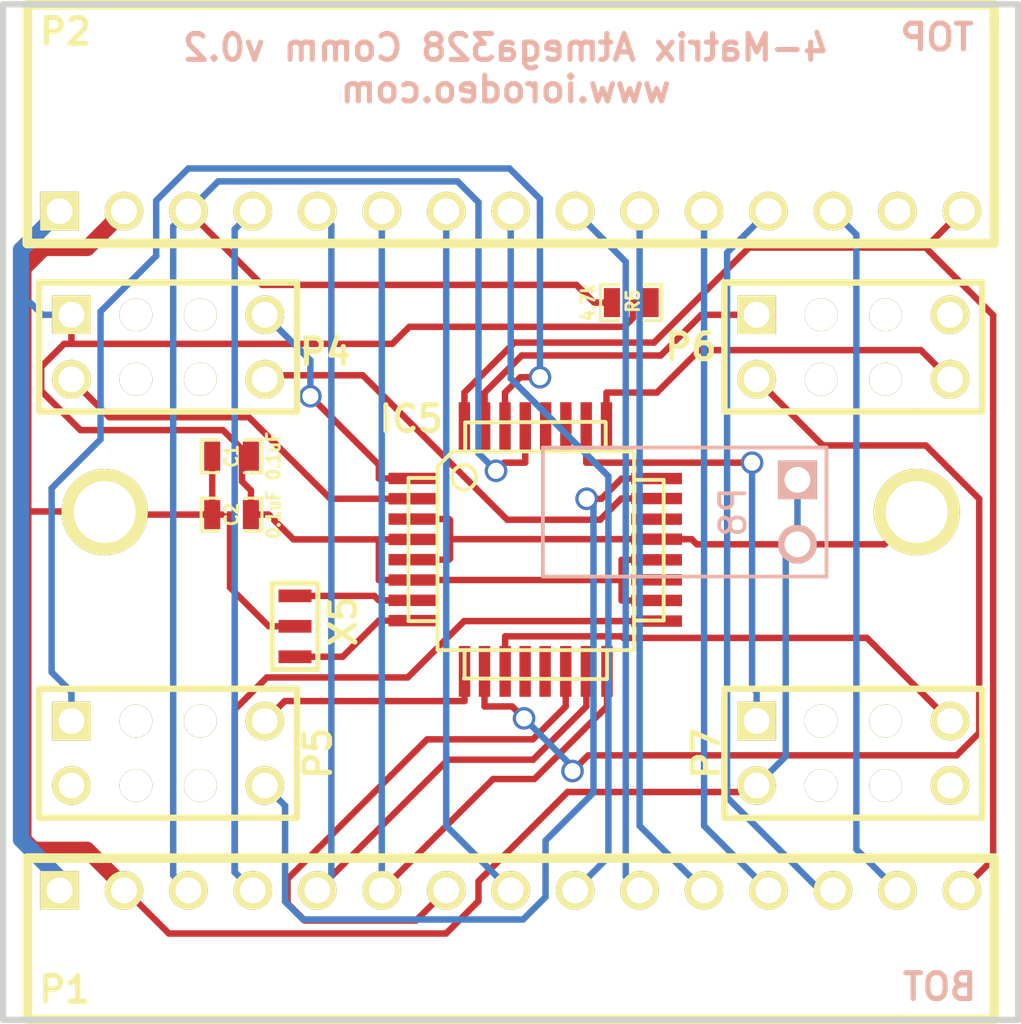
<source format=kicad_pcb>
(kicad_pcb (version 3) (host pcbnew "(2013-mar-13)-testing")

  (general
    (links 53)
    (no_connects 0)
    (area 48.5244 49.577499 90.125001 90.424501)
    (thickness 1.6)
    (drawings 7)
    (tracks 247)
    (zones 0)
    (modules 14)
    (nets 39)
  )

  (page A4)
  (layers
    (15 F.Cu signal)
    (0 B.Cu signal)
    (16 B.Adhes user)
    (17 F.Adhes user)
    (18 B.Paste user)
    (19 F.Paste user)
    (20 B.SilkS user)
    (21 F.SilkS user)
    (22 B.Mask user)
    (23 F.Mask user)
    (24 Dwgs.User user)
    (25 Cmts.User user)
    (26 Eco1.User user)
    (27 Eco2.User user)
    (28 Edge.Cuts user)
  )

  (setup
    (last_trace_width 0.254)
    (trace_clearance 0.254)
    (zone_clearance 0.254)
    (zone_45_only no)
    (trace_min 0.254)
    (segment_width 0.2)
    (edge_width 0.25)
    (via_size 0.889)
    (via_drill 0.635)
    (via_min_size 0.889)
    (via_min_drill 0.508)
    (uvia_size 0.508)
    (uvia_drill 0.127)
    (uvias_allowed no)
    (uvia_min_size 0.508)
    (uvia_min_drill 0.127)
    (pcb_text_width 0.3)
    (pcb_text_size 1.5 1.5)
    (mod_edge_width 0.254)
    (mod_text_size 1 1)
    (mod_text_width 0.15)
    (pad_size 1.2954 1.2954)
    (pad_drill 1.27)
    (pad_to_mask_clearance 0)
    (aux_axis_origin 0 0)
    (visible_elements FFFFF77F)
    (pcbplotparams
      (layerselection 284196865)
      (usegerberextensions true)
      (excludeedgelayer true)
      (linewidth 0.150000)
      (plotframeref false)
      (viasonmask false)
      (mode 1)
      (useauxorigin false)
      (hpglpennumber 1)
      (hpglpenspeed 20)
      (hpglpendiameter 15)
      (hpglpenoverlay 2)
      (psnegative false)
      (psa4output false)
      (plotreference true)
      (plotvalue true)
      (plotothertext true)
      (plotinvisibletext false)
      (padsonsilk false)
      (subtractmaskfromsilk false)
      (outputformat 1)
      (mirror false)
      (drillshape 0)
      (scaleselection 1)
      (outputdirectory gerber_v0p2_r2/))
  )

  (net 0 "")
  (net 1 +5V)
  (net 2 /B0_CS0)
  (net 3 /B0_CS1)
  (net 4 /B0_CS2)
  (net 5 /B0_CS3)
  (net 6 /B0_CS4)
  (net 7 /B0_CS5)
  (net 8 /B0_CS6)
  (net 9 /B0_CS7)
  (net 10 /B0_MISO)
  (net 11 /B0_MOSI)
  (net 12 /B0_SCK)
  (net 13 /B1_CS0)
  (net 14 /B1_CS1)
  (net 15 /B1_CS2)
  (net 16 /B1_CS3)
  (net 17 /B1_MISO)
  (net 18 /B1_MOSI)
  (net 19 /B1_SCK)
  (net 20 /EXT_INT0)
  (net 21 /RESET_DRV0)
  (net 22 /RESET_DRV1)
  (net 23 /RESET_DRV2)
  (net 24 /RESET_DRV3)
  (net 25 /RESET_MSTR)
  (net 26 /XTAL1)
  (net 27 /XTAL2)
  (net 28 GND)
  (net 29 N-0000017)
  (net 30 N-0000020)
  (net 31 N-0000022)
  (net 32 N-0000031)
  (net 33 N-0000032)
  (net 34 N-0000033)
  (net 35 N-0000034)
  (net 36 N-0000035)
  (net 37 N-0000036)
  (net 38 N-0000038)

  (net_class Default "This is the default net class."
    (clearance 0.254)
    (trace_width 0.254)
    (via_dia 0.889)
    (via_drill 0.635)
    (uvia_dia 0.508)
    (uvia_drill 0.127)
    (add_net "")
    (add_net +5V)
    (add_net /B0_CS0)
    (add_net /B0_CS1)
    (add_net /B0_CS2)
    (add_net /B0_CS3)
    (add_net /B0_CS4)
    (add_net /B0_CS5)
    (add_net /B0_CS6)
    (add_net /B0_CS7)
    (add_net /B0_MISO)
    (add_net /B0_MOSI)
    (add_net /B0_SCK)
    (add_net /B1_CS0)
    (add_net /B1_CS1)
    (add_net /B1_CS2)
    (add_net /B1_CS3)
    (add_net /B1_MISO)
    (add_net /B1_MOSI)
    (add_net /B1_SCK)
    (add_net /EXT_INT0)
    (add_net /RESET_DRV0)
    (add_net /RESET_DRV1)
    (add_net /RESET_DRV2)
    (add_net /RESET_DRV3)
    (add_net /RESET_MSTR)
    (add_net /XTAL1)
    (add_net /XTAL2)
    (add_net GND)
    (add_net N-0000017)
    (add_net N-0000020)
    (add_net N-0000022)
    (add_net N-0000031)
    (add_net N-0000032)
    (add_net N-0000033)
    (add_net N-0000034)
    (add_net N-0000035)
    (add_net N-0000036)
    (add_net N-0000038)
  )

  (module HEADER_BOT (layer F.Cu) (tedit 521B6430) (tstamp 521307B0)
    (at 70 84.9)
    (path /5212B587)
    (fp_text reference P1 (at -17.5744 3.9111) (layer F.SilkS)
      (effects (font (size 1.016 1.016) (thickness 0.2032)))
    )
    (fp_text value CONN15 (at 9.906 3.048) (layer F.SilkS) hide
      (effects (font (thickness 0.3048)))
    )
    (fp_line (start 19.05 5.08) (end 19.05 -1.27) (layer F.SilkS) (width 0.381))
    (fp_line (start 15.367 5.08) (end 19.05 5.08) (layer F.SilkS) (width 0.381))
    (fp_line (start 15.367 -1.27) (end 18.923 -1.27) (layer F.SilkS) (width 0.381))
    (fp_line (start 18.923 -1.27) (end 19.05 -1.27) (layer F.SilkS) (width 0.381))
    (fp_line (start -15.24 -1.27) (end -19.05 -1.27) (layer F.SilkS) (width 0.381))
    (fp_line (start -19.05 -1.27) (end -19.05 5.08) (layer F.SilkS) (width 0.381))
    (fp_line (start -19.05 5.08) (end -13.97 5.08) (layer F.SilkS) (width 0.381))
    (fp_line (start -15.24 -1.27) (end 15.24 -1.27) (layer F.SilkS) (width 0.381))
    (fp_line (start -15.24 5.08) (end 15.24 5.08) (layer F.SilkS) (width 0.381))
    (pad 1 thru_hole rect (at -17.78 0) (size 1.524 1.524) (drill 1.016)
      (layers *.Cu *.Mask F.SilkS)
      (net 1 +5V)
    )
    (pad 2 thru_hole circle (at -15.24 0) (size 1.524 1.524) (drill 1.016)
      (layers *.Cu *.Mask F.SilkS)
      (net 28 GND)
    )
    (pad 3 thru_hole circle (at -12.7 0) (size 1.524 1.524) (drill 1.016)
      (layers *.Cu *.Mask F.SilkS)
      (net 25 /RESET_MSTR)
    )
    (pad 4 thru_hole circle (at -10.16 0) (size 1.524 1.524) (drill 1.016)
      (layers *.Cu *.Mask F.SilkS)
      (net 12 /B0_SCK)
    )
    (pad 5 thru_hole circle (at -7.62 0) (size 1.524 1.524) (drill 1.016)
      (layers *.Cu *.Mask F.SilkS)
      (net 11 /B0_MOSI)
    )
    (pad 6 thru_hole circle (at -5.08 0) (size 1.524 1.524) (drill 1.016)
      (layers *.Cu *.Mask F.SilkS)
      (net 10 /B0_MISO)
    )
    (pad 7 thru_hole circle (at -2.54 0) (size 1.524 1.524) (drill 1.016)
      (layers *.Cu *.Mask F.SilkS)
      (net 2 /B0_CS0)
    )
    (pad 8 thru_hole circle (at 0 0) (size 1.524 1.524) (drill 1.016)
      (layers *.Cu *.Mask F.SilkS)
      (net 3 /B0_CS1)
    )
    (pad 9 thru_hole circle (at 2.54 0) (size 1.524 1.524) (drill 1.016)
      (layers *.Cu *.Mask F.SilkS)
      (net 4 /B0_CS2)
    )
    (pad 10 thru_hole circle (at 5.08 0) (size 1.524 1.524) (drill 1.016)
      (layers *.Cu *.Mask F.SilkS)
      (net 5 /B0_CS3)
    )
    (pad 11 thru_hole circle (at 7.62 0) (size 1.524 1.524) (drill 1.016)
      (layers *.Cu *.Mask F.SilkS)
      (net 6 /B0_CS4)
    )
    (pad 12 thru_hole circle (at 10.16 0) (size 1.524 1.524) (drill 1.016)
      (layers *.Cu *.Mask F.SilkS)
      (net 7 /B0_CS5)
    )
    (pad 13 thru_hole circle (at 12.7 0) (size 1.524 1.524) (drill 1.016)
      (layers *.Cu *.Mask F.SilkS)
      (net 8 /B0_CS6)
    )
    (pad 14 thru_hole circle (at 15.24 0) (size 1.524 1.524) (drill 1.016)
      (layers *.Cu *.Mask F.SilkS)
      (net 9 /B0_CS7)
    )
    (pad 15 thru_hole circle (at 17.78 0) (size 1.524 1.524) (drill 1.016)
      (layers *.Cu *.Mask F.SilkS)
      (net 20 /EXT_INT0)
    )
  )

  (module HEADER_TOP (layer F.Cu) (tedit 521B642B) (tstamp 521307CD)
    (at 70 58.15)
    (path /5212B596)
    (fp_text reference P2 (at -17.549 -7.0706) (layer F.SilkS)
      (effects (font (size 1.016 1.016) (thickness 0.2032)))
    )
    (fp_text value CONN15 (at 7.62 -4.572) (layer F.SilkS) hide
      (effects (font (thickness 0.3048)))
    )
    (fp_line (start 15.24 -8.128) (end 19.05 -8.128) (layer F.SilkS) (width 0.381))
    (fp_line (start 19.05 -8.128) (end 19.05 -7.366) (layer F.SilkS) (width 0.381))
    (fp_line (start -15.24 -8.128) (end -19.05 -8.128) (layer F.SilkS) (width 0.381))
    (fp_line (start -19.05 -8.128) (end -19.05 -7.62) (layer F.SilkS) (width 0.381))
    (fp_line (start -15.24 1.27) (end -19.05 1.27) (layer F.SilkS) (width 0.381))
    (fp_line (start -19.05 1.27) (end -19.05 -7.62) (layer F.SilkS) (width 0.381))
    (fp_line (start 15.24 1.27) (end 19.05 1.27) (layer F.SilkS) (width 0.381))
    (fp_line (start 19.05 1.27) (end 19.05 -7.62) (layer F.SilkS) (width 0.381))
    (fp_line (start 15.24 1.27) (end -15.24 1.27) (layer F.SilkS) (width 0.381))
    (fp_line (start -15.24 -8.128) (end 15.24 -8.128) (layer F.SilkS) (width 0.381))
    (pad 1 thru_hole rect (at -17.78 0) (size 1.524 1.524) (drill 1.016)
      (layers *.Cu *.Mask F.SilkS)
      (net 1 +5V)
    )
    (pad 2 thru_hole circle (at -15.24 0) (size 1.524 1.524) (drill 1.016)
      (layers *.Cu *.Mask F.SilkS)
      (net 28 GND)
    )
    (pad 3 thru_hole circle (at -12.7 0) (size 1.524 1.524) (drill 1.016)
      (layers *.Cu *.Mask F.SilkS)
      (net 25 /RESET_MSTR)
    )
    (pad 4 thru_hole circle (at -10.16 0) (size 1.524 1.524) (drill 1.016)
      (layers *.Cu *.Mask F.SilkS)
      (net 12 /B0_SCK)
    )
    (pad 5 thru_hole circle (at -7.62 0) (size 1.524 1.524) (drill 1.016)
      (layers *.Cu *.Mask F.SilkS)
      (net 11 /B0_MOSI)
    )
    (pad 6 thru_hole circle (at -5.08 0) (size 1.524 1.524) (drill 1.016)
      (layers *.Cu *.Mask F.SilkS)
      (net 10 /B0_MISO)
    )
    (pad 7 thru_hole circle (at -2.54 0) (size 1.524 1.524) (drill 1.016)
      (layers *.Cu *.Mask F.SilkS)
      (net 3 /B0_CS1)
    )
    (pad 8 thru_hole circle (at 0 0) (size 1.524 1.524) (drill 1.016)
      (layers *.Cu *.Mask F.SilkS)
      (net 4 /B0_CS2)
    )
    (pad 9 thru_hole circle (at 2.54 0) (size 1.524 1.524) (drill 1.016)
      (layers *.Cu *.Mask F.SilkS)
      (net 5 /B0_CS3)
    )
    (pad 10 thru_hole circle (at 5.08 0) (size 1.524 1.524) (drill 1.016)
      (layers *.Cu *.Mask F.SilkS)
      (net 6 /B0_CS4)
    )
    (pad 11 thru_hole circle (at 7.62 0) (size 1.524 1.524) (drill 1.016)
      (layers *.Cu *.Mask F.SilkS)
      (net 7 /B0_CS5)
    )
    (pad 12 thru_hole circle (at 10.16 0) (size 1.524 1.524) (drill 1.016)
      (layers *.Cu *.Mask F.SilkS)
      (net 8 /B0_CS6)
    )
    (pad 13 thru_hole circle (at 12.7 0) (size 1.524 1.524) (drill 1.016)
      (layers *.Cu *.Mask F.SilkS)
      (net 9 /B0_CS7)
    )
    (pad 14 thru_hole circle (at 15.24 0) (size 1.524 1.524) (drill 1.016)
      (layers *.Cu *.Mask F.SilkS)
      (net 38 N-0000038)
    )
    (pad 15 thru_hole circle (at 17.78 0) (size 1.524 1.524) (drill 1.016)
      (layers *.Cu *.Mask F.SilkS)
      (net 20 /EXT_INT0)
    )
  )

  (module SM0603_Capa (layer F.Cu) (tedit 5051B1EC) (tstamp 52130C8B)
    (at 59 67.8 180)
    (path /521309B9)
    (attr smd)
    (fp_text reference C1 (at 0 0 270) (layer F.SilkS)
      (effects (font (size 0.508 0.4572) (thickness 0.1143)))
    )
    (fp_text value 0.1uF (at -1.651 0 270) (layer F.SilkS)
      (effects (font (size 0.508 0.4572) (thickness 0.1143)))
    )
    (fp_line (start 0.50038 0.65024) (end 1.19888 0.65024) (layer F.SilkS) (width 0.11938))
    (fp_line (start -0.50038 0.65024) (end -1.19888 0.65024) (layer F.SilkS) (width 0.11938))
    (fp_line (start 0.50038 -0.65024) (end 1.19888 -0.65024) (layer F.SilkS) (width 0.11938))
    (fp_line (start -1.19888 -0.65024) (end -0.50038 -0.65024) (layer F.SilkS) (width 0.11938))
    (fp_line (start 1.19888 -0.635) (end 1.19888 0.635) (layer F.SilkS) (width 0.11938))
    (fp_line (start -1.19888 0.635) (end -1.19888 -0.635) (layer F.SilkS) (width 0.11938))
    (pad 1 smd rect (at -0.762 0 180) (size 0.635 1.143)
      (layers F.Cu F.Paste F.Mask)
      (net 1 +5V)
    )
    (pad 2 smd rect (at 0.762 0 180) (size 0.635 1.143)
      (layers F.Cu F.Paste F.Mask)
      (net 28 GND)
    )
    (model smd\capacitors\C0603.wrl
      (at (xyz 0 0 0.001))
      (scale (xyz 0.5 0.5 0.5))
      (rotate (xyz 0 0 0))
    )
  )

  (module SM0603_Capa (layer F.Cu) (tedit 5051B1EC) (tstamp 52130C97)
    (at 59 70.1 180)
    (path /521309C8)
    (attr smd)
    (fp_text reference C2 (at 0 0 270) (layer F.SilkS)
      (effects (font (size 0.508 0.4572) (thickness 0.1143)))
    )
    (fp_text value 0.1uF (at -1.651 0 270) (layer F.SilkS)
      (effects (font (size 0.508 0.4572) (thickness 0.1143)))
    )
    (fp_line (start 0.50038 0.65024) (end 1.19888 0.65024) (layer F.SilkS) (width 0.11938))
    (fp_line (start -0.50038 0.65024) (end -1.19888 0.65024) (layer F.SilkS) (width 0.11938))
    (fp_line (start 0.50038 -0.65024) (end 1.19888 -0.65024) (layer F.SilkS) (width 0.11938))
    (fp_line (start -1.19888 -0.65024) (end -0.50038 -0.65024) (layer F.SilkS) (width 0.11938))
    (fp_line (start 1.19888 -0.635) (end 1.19888 0.635) (layer F.SilkS) (width 0.11938))
    (fp_line (start -1.19888 0.635) (end -1.19888 -0.635) (layer F.SilkS) (width 0.11938))
    (pad 1 smd rect (at -0.762 0 180) (size 0.635 1.143)
      (layers F.Cu F.Paste F.Mask)
      (net 1 +5V)
    )
    (pad 2 smd rect (at 0.762 0 180) (size 0.635 1.143)
      (layers F.Cu F.Paste F.Mask)
      (net 28 GND)
    )
    (model smd\capacitors\C0603.wrl
      (at (xyz 0 0 0.001))
      (scale (xyz 0.5 0.5 0.5))
      (rotate (xyz 0 0 0))
    )
  )

  (module TQFP32 (layer F.Cu) (tedit 521B6330) (tstamp 52130CD7)
    (at 71 71.5)
    (path /52129B63)
    (attr smd)
    (fp_text reference IC5 (at -4.9252 -5.1679) (layer F.SilkS)
      (effects (font (size 1.016 1.016) (thickness 0.2032)))
    )
    (fp_text value ATMEGA328-A (at 0 1.905) (layer F.SilkS) hide
      (effects (font (size 1.27 1.016) (thickness 0.2032)))
    )
    (fp_line (start 5.0292 2.7686) (end 3.8862 2.7686) (layer F.SilkS) (width 0.1524))
    (fp_line (start 5.0292 -2.7686) (end 3.9116 -2.7686) (layer F.SilkS) (width 0.1524))
    (fp_line (start 5.0292 2.7686) (end 5.0292 -2.7686) (layer F.SilkS) (width 0.1524))
    (fp_line (start 2.794 3.9624) (end 2.794 5.0546) (layer F.SilkS) (width 0.1524))
    (fp_line (start -2.8194 3.9878) (end -2.8194 5.0546) (layer F.SilkS) (width 0.1524))
    (fp_line (start -2.8448 5.0546) (end 2.794 5.08) (layer F.SilkS) (width 0.1524))
    (fp_line (start -2.794 -5.0292) (end 2.7178 -5.0546) (layer F.SilkS) (width 0.1524))
    (fp_line (start -3.8862 -3.2766) (end -3.8862 3.9116) (layer F.SilkS) (width 0.1524))
    (fp_line (start 2.7432 -5.0292) (end 2.7432 -3.9878) (layer F.SilkS) (width 0.1524))
    (fp_line (start -3.2512 -3.8862) (end 3.81 -3.8862) (layer F.SilkS) (width 0.1524))
    (fp_line (start 3.8608 3.937) (end 3.8608 -3.7846) (layer F.SilkS) (width 0.1524))
    (fp_line (start -3.8862 3.937) (end 3.7338 3.937) (layer F.SilkS) (width 0.1524))
    (fp_line (start -5.0292 -2.8448) (end -5.0292 2.794) (layer F.SilkS) (width 0.1524))
    (fp_line (start -5.0292 2.794) (end -3.8862 2.794) (layer F.SilkS) (width 0.1524))
    (fp_line (start -3.87604 -3.302) (end -3.29184 -3.8862) (layer F.SilkS) (width 0.1524))
    (fp_line (start -5.02412 -2.8448) (end -3.87604 -2.8448) (layer F.SilkS) (width 0.1524))
    (fp_line (start -2.794 -3.8862) (end -2.794 -5.03428) (layer F.SilkS) (width 0.1524))
    (fp_circle (center -2.83972 -2.86004) (end -2.43332 -2.60604) (layer F.SilkS) (width 0.1524))
    (pad 8 smd rect (at -4.81584 2.77622) (size 1.99898 0.44958)
      (layers F.Cu F.Paste F.Mask)
      (net 27 /XTAL2)
    )
    (pad 7 smd rect (at -4.81584 1.97612) (size 1.99898 0.44958)
      (layers F.Cu F.Paste F.Mask)
      (net 26 /XTAL1)
    )
    (pad 6 smd rect (at -4.81584 1.17602) (size 1.99898 0.44958)
      (layers F.Cu F.Paste F.Mask)
      (net 1 +5V)
    )
    (pad 5 smd rect (at -4.81584 0.37592) (size 1.99898 0.44958)
      (layers F.Cu F.Paste F.Mask)
      (net 28 GND)
    )
    (pad 4 smd rect (at -4.81584 -0.42418) (size 1.99898 0.44958)
      (layers F.Cu F.Paste F.Mask)
      (net 1 +5V)
    )
    (pad 3 smd rect (at -4.81584 -1.22428) (size 1.99898 0.44958)
      (layers F.Cu F.Paste F.Mask)
      (net 28 GND)
    )
    (pad 2 smd rect (at -4.81584 -2.02438) (size 1.99898 0.44958)
      (layers F.Cu F.Paste F.Mask)
      (net 19 /B1_SCK)
    )
    (pad 1 smd rect (at -4.81584 -2.82448) (size 1.99898 0.44958)
      (layers F.Cu F.Paste F.Mask)
      (net 13 /B1_CS0)
    )
    (pad 24 smd rect (at 4.7498 -2.8194) (size 1.99898 0.44958)
      (layers F.Cu F.Paste F.Mask)
      (net 22 /RESET_DRV1)
    )
    (pad 17 smd rect (at 4.7498 2.794) (size 1.99898 0.44958)
      (layers F.Cu F.Paste F.Mask)
      (net 12 /B0_SCK)
    )
    (pad 18 smd rect (at 4.7498 1.9812) (size 1.99898 0.44958)
      (layers F.Cu F.Paste F.Mask)
      (net 1 +5V)
    )
    (pad 19 smd rect (at 4.7498 1.1684) (size 1.99898 0.44958)
      (layers F.Cu F.Paste F.Mask)
      (net 36 N-0000035)
    )
    (pad 20 smd rect (at 4.7498 0.381) (size 1.99898 0.44958)
      (layers F.Cu F.Paste F.Mask)
      (net 1 +5V)
    )
    (pad 21 smd rect (at 4.7498 -0.4318) (size 1.99898 0.44958)
      (layers F.Cu F.Paste F.Mask)
      (net 28 GND)
    )
    (pad 22 smd rect (at 4.7498 -1.2192) (size 1.99898 0.44958)
      (layers F.Cu F.Paste F.Mask)
      (net 35 N-0000034)
    )
    (pad 23 smd rect (at 4.7498 -2.032) (size 1.99898 0.44958)
      (layers F.Cu F.Paste F.Mask)
      (net 21 /RESET_DRV0)
    )
    (pad 32 smd rect (at -2.82448 -4.826) (size 0.44958 1.99898)
      (layers F.Cu F.Paste F.Mask)
      (net 20 /EXT_INT0)
    )
    (pad 31 smd rect (at -2.02692 -4.826) (size 0.44958 1.99898)
      (layers F.Cu F.Paste F.Mask)
      (net 18 /B1_MOSI)
    )
    (pad 30 smd rect (at -1.22428 -4.826) (size 0.44958 1.99898)
      (layers F.Cu F.Paste F.Mask)
      (net 17 /B1_MISO)
    )
    (pad 29 smd rect (at -0.42672 -4.826) (size 0.44958 1.99898)
      (layers F.Cu F.Paste F.Mask)
      (net 25 /RESET_MSTR)
    )
    (pad 28 smd rect (at 0.37592 -4.826) (size 0.44958 1.99898)
      (layers F.Cu F.Paste F.Mask)
      (net 32 N-0000031)
    )
    (pad 27 smd rect (at 1.17348 -4.826) (size 0.44958 1.99898)
      (layers F.Cu F.Paste F.Mask)
      (net 33 N-0000032)
    )
    (pad 26 smd rect (at 1.97612 -4.826) (size 0.44958 1.99898)
      (layers F.Cu F.Paste F.Mask)
      (net 24 /RESET_DRV3)
    )
    (pad 25 smd rect (at 2.77368 -4.826) (size 0.44958 1.99898)
      (layers F.Cu F.Paste F.Mask)
      (net 23 /RESET_DRV2)
    )
    (pad 9 smd rect (at -2.8194 4.7752) (size 0.44958 1.99898)
      (layers F.Cu F.Paste F.Mask)
      (net 14 /B1_CS1)
    )
    (pad 10 smd rect (at -2.032 4.7752) (size 0.44958 1.99898)
      (layers F.Cu F.Paste F.Mask)
      (net 15 /B1_CS2)
    )
    (pad 11 smd rect (at -1.2192 4.7752) (size 0.44958 1.99898)
      (layers F.Cu F.Paste F.Mask)
      (net 16 /B1_CS3)
    )
    (pad 12 smd rect (at -0.4318 4.7752) (size 0.44958 1.99898)
      (layers F.Cu F.Paste F.Mask)
      (net 34 N-0000033)
    )
    (pad 13 smd rect (at 0.3556 4.7752) (size 0.44958 1.99898)
      (layers F.Cu F.Paste F.Mask)
      (net 37 N-0000036)
    )
    (pad 14 smd rect (at 1.1684 4.7752) (size 0.44958 1.99898)
      (layers F.Cu F.Paste F.Mask)
      (net 2 /B0_CS0)
    )
    (pad 15 smd rect (at 1.9812 4.7752) (size 0.44958 1.99898)
      (layers F.Cu F.Paste F.Mask)
      (net 11 /B0_MOSI)
    )
    (pad 16 smd rect (at 2.794 4.7752) (size 0.44958 1.99898)
      (layers F.Cu F.Paste F.Mask)
      (net 10 /B0_MISO)
    )
    (model smd/tqfp32.wrl
      (at (xyz 0 0 0))
      (scale (xyz 1 1 1))
      (rotate (xyz 0 0 0))
    )
  )

  (module SM0603_Resistor (layer F.Cu) (tedit 5051B21B) (tstamp 52130CFB)
    (at 74.75 61.75)
    (path /5212A07D)
    (attr smd)
    (fp_text reference R5 (at 0.0635 -0.0635 90) (layer F.SilkS)
      (effects (font (size 0.50038 0.4572) (thickness 0.1143)))
    )
    (fp_text value 4.7k (at -1.69926 0 90) (layer F.SilkS)
      (effects (font (size 0.508 0.4572) (thickness 0.1143)))
    )
    (fp_line (start -0.50038 -0.6985) (end -1.2065 -0.6985) (layer F.SilkS) (width 0.127))
    (fp_line (start -1.2065 -0.6985) (end -1.2065 0.6985) (layer F.SilkS) (width 0.127))
    (fp_line (start -1.2065 0.6985) (end -0.50038 0.6985) (layer F.SilkS) (width 0.127))
    (fp_line (start 1.2065 -0.6985) (end 0.50038 -0.6985) (layer F.SilkS) (width 0.127))
    (fp_line (start 1.2065 -0.6985) (end 1.2065 0.6985) (layer F.SilkS) (width 0.127))
    (fp_line (start 1.2065 0.6985) (end 0.50038 0.6985) (layer F.SilkS) (width 0.127))
    (pad 1 smd rect (at -0.762 0) (size 0.635 1.143)
      (layers F.Cu F.Paste F.Mask)
      (net 25 /RESET_MSTR)
    )
    (pad 2 smd rect (at 0.762 0) (size 0.635 1.143)
      (layers F.Cu F.Paste F.Mask)
      (net 1 +5V)
    )
    (model smd\resistors\R0603.wrl
      (at (xyz 0 0 0.001))
      (scale (xyz 0.5 0.5 0.5))
      (rotate (xyz 0 0 0))
    )
  )

  (module CER_RESO (layer F.Cu) (tedit 53C44E69) (tstamp 52130D1E)
    (at 61.5 74.5 270)
    (tags "Resonator, Ceramic")
    (path /52129FEB)
    (attr smd)
    (fp_text reference X5 (at -0.2 -1.9 270) (layer F.SilkS)
      (effects (font (size 1.016 1.016) (thickness 0.2032)))
    )
    (fp_text value CER_RESO (at 0.8001 2.4003 270) (layer F.SilkS) hide
      (effects (font (size 1.27 1.27) (thickness 0.2032)))
    )
    (fp_line (start -1.69926 -0.89916) (end 1.69926 -0.89916) (layer F.SilkS) (width 0.2032))
    (fp_line (start 1.69926 -0.89916) (end 1.69926 0.89916) (layer F.SilkS) (width 0.2032))
    (fp_line (start 1.69926 0.89916) (end -1.69926 0.89916) (layer F.SilkS) (width 0.2032))
    (fp_line (start -1.69926 0.89916) (end -1.69926 -0.89916) (layer F.SilkS) (width 0.2032))
    (pad 2 smd rect (at 0 0 270) (size 0.50038 1.30048)
      (layers F.Cu F.Paste F.Mask)
      (net 28 GND)
    )
    (pad 3 smd rect (at 1.19888 0 270) (size 0.50038 1.30048)
      (layers F.Cu F.Paste F.Mask)
      (net 27 /XTAL2)
    )
    (pad 1 smd rect (at -1.19888 0 270) (size 0.50038 1.30048)
      (layers F.Cu F.Paste F.Mask)
      (net 26 /XTAL1)
    )
  )

  (module RT_ANG_2PIN (layer B.Cu) (tedit 53C459D2) (tstamp 53C45A90)
    (at 81.3 70 270)
    (path /53C45937)
    (fp_text reference P8 (at 0 2.54 270) (layer B.SilkS)
      (effects (font (size 1 1) (thickness 0.15)) (justify mirror))
    )
    (fp_text value CONN_2 (at 0 10.795 270) (layer B.SilkS) hide
      (effects (font (size 1 1) (thickness 0.15)) (justify mirror))
    )
    (fp_line (start -2.54 -1.143) (end 2.54 -1.143) (layer B.SilkS) (width 0.15))
    (fp_line (start 2.54 -1.143) (end 2.54 10.033) (layer B.SilkS) (width 0.15))
    (fp_line (start 2.54 10.033) (end -2.54 10.033) (layer B.SilkS) (width 0.15))
    (fp_line (start -2.54 10.033) (end -2.54 -1.143) (layer B.SilkS) (width 0.15))
    (pad 1 thru_hole rect (at -1.27 0 270) (size 1.524 1.524) (drill 1.016)
      (layers *.Cu *.Mask B.SilkS)
      (net 28 GND)
    )
    (pad 2 thru_hole circle (at 1.27 0 270) (size 1.524 1.524) (drill 1.016)
      (layers *.Cu *.Mask B.SilkS)
      (net 28 GND)
    )
  )

  (module "2-56 Mount Holes" (layer F.Cu) (tedit 53CF2B28) (tstamp 53CF2987)
    (at 54 70)
    (path /53CF2CE7)
    (fp_text reference M1 (at 0 -2.54) (layer F.SilkS) hide
      (effects (font (size 1.00076 1.00076) (thickness 0.09906)))
    )
    (fp_text value CONN_1 (at 0 3.175) (layer F.SilkS) hide
      (effects (font (size 1.00076 1.00076) (thickness 0.09906)))
    )
    (pad 1 thru_hole circle (at 0 0) (size 3.40106 3.40106) (drill 2.4384)
      (layers *.Cu *.Mask F.SilkS)
      (net 28 GND)
    )
  )

  (module "2-56 Mount Holes" (layer F.Cu) (tedit 53CF2B3B) (tstamp 53CF29E7)
    (at 86 70)
    (path /53CF2CF6)
    (fp_text reference M2 (at 0 -2.54) (layer F.SilkS) hide
      (effects (font (size 1.00076 1.00076) (thickness 0.09906)))
    )
    (fp_text value CONN_1 (at 0 3.175) (layer F.SilkS) hide
      (effects (font (size 1.00076 1.00076) (thickness 0.09906)))
    )
    (pad 1 thru_hole circle (at 0 0) (size 3.40106 3.40106) (drill 2.4384)
      (layers *.Cu *.Mask F.SilkS)
      (net 28 GND)
    )
  )

  (module PASS_THRU_ARRAY_2X2 (layer F.Cu) (tedit 5421B891) (tstamp 53BF28A4)
    (at 83.5 79.5 270)
    (descr "Pass through 2x2 sockect")
    (tags CONN)
    (path /53BF244E)
    (fp_text reference P7 (at 0 5.8 270) (layer F.SilkS)
      (effects (font (size 1.016 1.016) (thickness 0.2032)))
    )
    (fp_text value CONN_2X2 (at 0 7.112 270) (layer F.SilkS) hide
      (effects (font (size 1.016 1.016) (thickness 0.2032)))
    )
    (fp_line (start -2.54 2.54) (end -2.54 5.08) (layer F.SilkS) (width 0.254))
    (fp_line (start -2.54 5.08) (end 2.54 5.08) (layer F.SilkS) (width 0.254))
    (fp_line (start 2.54 5.08) (end 2.54 2.54) (layer F.SilkS) (width 0.254))
    (fp_line (start -2.54 -2.54) (end -2.54 -5.08) (layer F.SilkS) (width 0.254))
    (fp_line (start -2.54 -5.08) (end 2.54 -5.08) (layer F.SilkS) (width 0.254))
    (fp_line (start 2.54 -5.08) (end 2.54 -2.54) (layer F.SilkS) (width 0.254))
    (fp_line (start 2.54 -2.54) (end 2.54 2.54) (layer F.SilkS) (width 0.254))
    (fp_line (start -2.54 2.54) (end -2.54 -2.54) (layer F.SilkS) (width 0.254))
    (pad 1 thru_hole rect (at -1.27 3.81 270) (size 1.524 1.524) (drill 1.016)
      (layers *.Cu *.Mask F.SilkS)
      (net 24 /RESET_DRV3)
    )
    (pad 2 thru_hole circle (at -1.27 -3.81 270) (size 1.524 1.524) (drill 1.016)
      (layers *.Cu *.Mask F.SilkS)
      (net 16 /B1_CS3)
    )
    (pad 3 thru_hole circle (at 1.27 3.81 270) (size 1.524 1.524) (drill 1.016)
      (layers *.Cu *.Mask F.SilkS)
      (net 28 GND)
    )
    (pad 4 thru_hole circle (at 1.27 -3.81 270) (size 1.524 1.524) (drill 1.016)
      (layers *.Cu *.Mask F.SilkS)
      (net 29 N-0000017)
    )
    (pad "" thru_hole circle (at -1.27 1.27 270) (size 1.2954 1.2954) (drill 1.27)
      (layers *.Cu F.SilkS)
    )
    (pad "" thru_hole circle (at -1.27 -1.27 270) (size 1.2954 1.2954) (drill 1.27)
      (layers *.Cu F.SilkS)
    )
    (pad "" thru_hole circle (at 1.27 -1.27 270) (size 1.2954 1.2954) (drill 1.27)
      (layers *.Cu F.SilkS)
    )
    (pad "" thru_hole circle (at 1.27 1.27 270) (size 1.2954 1.2954) (drill 1.27)
      (layers *.Cu F.SilkS)
    )
    (model pin_array/pins_array_2x2.wrl
      (at (xyz 0 0 0))
      (scale (xyz 1 1 1))
      (rotate (xyz 0 0 0))
    )
  )

  (module PASS_THRU_ARRAY_2X2 (layer F.Cu) (tedit 5421B87E) (tstamp 53BF2898)
    (at 83.5 63.5 270)
    (descr "Pass through 2x2 sockect")
    (tags CONN)
    (path /53BF2430)
    (fp_text reference P6 (at 0 6.4 540) (layer F.SilkS)
      (effects (font (size 1.016 1.016) (thickness 0.2032)))
    )
    (fp_text value CONN_2X2 (at 0 7.112 270) (layer F.SilkS) hide
      (effects (font (size 1.016 1.016) (thickness 0.2032)))
    )
    (fp_line (start -2.54 2.54) (end -2.54 5.08) (layer F.SilkS) (width 0.254))
    (fp_line (start -2.54 5.08) (end 2.54 5.08) (layer F.SilkS) (width 0.254))
    (fp_line (start 2.54 5.08) (end 2.54 2.54) (layer F.SilkS) (width 0.254))
    (fp_line (start -2.54 -2.54) (end -2.54 -5.08) (layer F.SilkS) (width 0.254))
    (fp_line (start -2.54 -5.08) (end 2.54 -5.08) (layer F.SilkS) (width 0.254))
    (fp_line (start 2.54 -5.08) (end 2.54 -2.54) (layer F.SilkS) (width 0.254))
    (fp_line (start 2.54 -2.54) (end 2.54 2.54) (layer F.SilkS) (width 0.254))
    (fp_line (start -2.54 2.54) (end -2.54 -2.54) (layer F.SilkS) (width 0.254))
    (pad 1 thru_hole rect (at -1.27 3.81 270) (size 1.524 1.524) (drill 1.016)
      (layers *.Cu *.Mask F.SilkS)
      (net 18 /B1_MOSI)
    )
    (pad 2 thru_hole circle (at -1.27 -3.81 270) (size 1.524 1.524) (drill 1.016)
      (layers *.Cu *.Mask F.SilkS)
      (net 31 N-0000022)
    )
    (pad 3 thru_hole circle (at 1.27 3.81 270) (size 1.524 1.524) (drill 1.016)
      (layers *.Cu *.Mask F.SilkS)
      (net 15 /B1_CS2)
    )
    (pad 4 thru_hole circle (at 1.27 -3.81 270) (size 1.524 1.524) (drill 1.016)
      (layers *.Cu *.Mask F.SilkS)
      (net 23 /RESET_DRV2)
    )
    (pad "" thru_hole circle (at -1.27 1.27 270) (size 1.2954 1.2954) (drill 1.27)
      (layers *.Cu F.SilkS)
    )
    (pad "" thru_hole circle (at -1.27 -1.27 270) (size 1.2954 1.2954) (drill 1.27)
      (layers *.Cu F.SilkS)
    )
    (pad "" thru_hole circle (at 1.27 -1.27 270) (size 1.2954 1.2954) (drill 1.27)
      (layers *.Cu F.SilkS)
    )
    (pad "" thru_hole circle (at 1.27 1.27 270) (size 1.2954 1.2954) (drill 1.27)
      (layers *.Cu F.SilkS)
    )
    (model pin_array/pins_array_2x2.wrl
      (at (xyz 0 0 0))
      (scale (xyz 1 1 1))
      (rotate (xyz 0 0 0))
    )
  )

  (module PASS_THRU_ARRAY_2X2 (layer F.Cu) (tedit 5421B889) (tstamp 53BF288C)
    (at 56.5 79.5 270)
    (descr "Pass through 2x2 sockect")
    (tags CONN)
    (path /53BF243F)
    (fp_text reference P5 (at 0 -5.9 270) (layer F.SilkS)
      (effects (font (size 1.016 1.016) (thickness 0.2032)))
    )
    (fp_text value CONN_2X2 (at 0 7.112 270) (layer F.SilkS) hide
      (effects (font (size 1.016 1.016) (thickness 0.2032)))
    )
    (fp_line (start -2.54 2.54) (end -2.54 5.08) (layer F.SilkS) (width 0.254))
    (fp_line (start -2.54 5.08) (end 2.54 5.08) (layer F.SilkS) (width 0.254))
    (fp_line (start 2.54 5.08) (end 2.54 2.54) (layer F.SilkS) (width 0.254))
    (fp_line (start -2.54 -2.54) (end -2.54 -5.08) (layer F.SilkS) (width 0.254))
    (fp_line (start -2.54 -5.08) (end 2.54 -5.08) (layer F.SilkS) (width 0.254))
    (fp_line (start 2.54 -5.08) (end 2.54 -2.54) (layer F.SilkS) (width 0.254))
    (fp_line (start 2.54 -2.54) (end 2.54 2.54) (layer F.SilkS) (width 0.254))
    (fp_line (start -2.54 2.54) (end -2.54 -2.54) (layer F.SilkS) (width 0.254))
    (pad 1 thru_hole rect (at -1.27 3.81 270) (size 1.524 1.524) (drill 1.016)
      (layers *.Cu *.Mask F.SilkS)
      (net 17 /B1_MISO)
    )
    (pad 2 thru_hole circle (at -1.27 -3.81 270) (size 1.524 1.524) (drill 1.016)
      (layers *.Cu *.Mask F.SilkS)
      (net 14 /B1_CS1)
    )
    (pad 3 thru_hole circle (at 1.27 3.81 270) (size 1.524 1.524) (drill 1.016)
      (layers *.Cu *.Mask F.SilkS)
      (net 30 N-0000020)
    )
    (pad 4 thru_hole circle (at 1.27 -3.81 270) (size 1.524 1.524) (drill 1.016)
      (layers *.Cu *.Mask F.SilkS)
      (net 22 /RESET_DRV1)
    )
    (pad "" thru_hole circle (at -1.27 1.27 270) (size 1.2954 1.2954) (drill 1.27)
      (layers *.Cu F.SilkS)
    )
    (pad "" thru_hole circle (at -1.27 -1.27 270) (size 1.2954 1.2954) (drill 1.27)
      (layers *.Cu F.SilkS)
    )
    (pad "" thru_hole circle (at 1.27 -1.27 270) (size 1.2954 1.2954) (drill 1.27)
      (layers *.Cu F.SilkS)
    )
    (pad "" thru_hole circle (at 1.27 1.27 270) (size 1.2954 1.2954) (drill 1.27)
      (layers *.Cu F.SilkS)
    )
    (model pin_array/pins_array_2x2.wrl
      (at (xyz 0 0 0))
      (scale (xyz 1 1 1))
      (rotate (xyz 0 0 0))
    )
  )

  (module PASS_THRU_ARRAY_2X2 (layer F.Cu) (tedit 5421B876) (tstamp 53BF2880)
    (at 56.5 63.5 270)
    (descr "Pass through 2x2 sockect")
    (tags CONN)
    (path /53BF241F)
    (fp_text reference P4 (at 0.2 -6.2 360) (layer F.SilkS)
      (effects (font (size 1.016 1.016) (thickness 0.2032)))
    )
    (fp_text value CONN_2X2 (at 0 7.112 270) (layer F.SilkS) hide
      (effects (font (size 1.016 1.016) (thickness 0.2032)))
    )
    (fp_line (start -2.54 2.54) (end -2.54 5.08) (layer F.SilkS) (width 0.254))
    (fp_line (start -2.54 5.08) (end 2.54 5.08) (layer F.SilkS) (width 0.254))
    (fp_line (start 2.54 5.08) (end 2.54 2.54) (layer F.SilkS) (width 0.254))
    (fp_line (start -2.54 -2.54) (end -2.54 -5.08) (layer F.SilkS) (width 0.254))
    (fp_line (start -2.54 -5.08) (end 2.54 -5.08) (layer F.SilkS) (width 0.254))
    (fp_line (start 2.54 -5.08) (end 2.54 -2.54) (layer F.SilkS) (width 0.254))
    (fp_line (start 2.54 -2.54) (end 2.54 2.54) (layer F.SilkS) (width 0.254))
    (fp_line (start -2.54 2.54) (end -2.54 -2.54) (layer F.SilkS) (width 0.254))
    (pad 1 thru_hole rect (at -1.27 3.81 270) (size 1.524 1.524) (drill 1.016)
      (layers *.Cu *.Mask F.SilkS)
      (net 1 +5V)
    )
    (pad 2 thru_hole circle (at -1.27 -3.81 270) (size 1.524 1.524) (drill 1.016)
      (layers *.Cu *.Mask F.SilkS)
      (net 13 /B1_CS0)
    )
    (pad 3 thru_hole circle (at 1.27 3.81 270) (size 1.524 1.524) (drill 1.016)
      (layers *.Cu *.Mask F.SilkS)
      (net 19 /B1_SCK)
    )
    (pad 4 thru_hole circle (at 1.27 -3.81 270) (size 1.524 1.524) (drill 1.016)
      (layers *.Cu *.Mask F.SilkS)
      (net 21 /RESET_DRV0)
    )
    (pad "" thru_hole circle (at -1.27 1.27 270) (size 1.2954 1.2954) (drill 1.27)
      (layers *.Cu F.SilkS)
    )
    (pad "" thru_hole circle (at -1.27 -1.27 270) (size 1.2954 1.2954) (drill 1.27)
      (layers *.Cu F.SilkS)
    )
    (pad "" thru_hole circle (at 1.27 -1.27 270) (size 1.2954 1.2954) (drill 1.27)
      (layers *.Cu F.SilkS)
    )
    (pad "" thru_hole circle (at 1.27 1.27 270) (size 1.2954 1.2954) (drill 1.27)
      (layers *.Cu F.SilkS)
    )
    (model pin_array/pins_array_2x2.wrl
      (at (xyz 0 0 0))
      (scale (xyz 1 1 1))
      (rotate (xyz 0 0 0))
    )
  )

  (gr_text "4-Matrix Atmega328 Comm v0.2\nwww.iorodeo.com" (at 69.7992 52.5272) (layer B.SilkS)
    (effects (font (size 1.016 1.016) (thickness 0.2032)) (justify mirror))
  )
  (gr_text BOT (at 86.9 88.7) (layer B.SilkS)
    (effects (font (size 1.016 1.016) (thickness 0.2032)) (justify mirror))
  )
  (gr_text TOP (at 86.8 51.3) (layer B.SilkS)
    (effects (font (size 1.016 1.016) (thickness 0.2032)) (justify mirror))
  )
  (gr_line (start 90 90) (end 90 50) (angle 90) (layer Edge.Cuts) (width 0.25))
  (gr_line (start 50 90) (end 90 90) (angle 90) (layer Edge.Cuts) (width 0.25))
  (gr_line (start 50 50) (end 50 90) (angle 90) (layer Edge.Cuts) (width 0.25))
  (gr_line (start 90 50) (end 50 50) (angle 90) (layer Edge.Cuts) (width 0.25))

  (segment (start 75.7498 71.881) (end 74.369 71.881) (width 0.254) (layer F.Cu) (net 1))
  (segment (start 75.7498 73.4812) (end 74.369 73.4812) (width 0.254) (layer F.Cu) (net 1))
  (segment (start 66.1842 71.0758) (end 64.8034 71.0758) (width 0.254) (layer F.Cu) (net 1))
  (segment (start 59.762 70.1) (end 60.4608 70.1) (width 0.254) (layer F.Cu) (net 1))
  (segment (start 59.762 67.8) (end 59.4126 67.8) (width 0.254) (layer F.Cu) (net 1))
  (segment (start 59.4126 68.7978) (end 59.762 69.1472) (width 0.254) (layer F.Cu) (net 1))
  (segment (start 59.4126 67.8) (end 59.4126 68.7978) (width 0.254) (layer F.Cu) (net 1))
  (segment (start 59.762 70.1) (end 59.762 69.1472) (width 0.254) (layer F.Cu) (net 1))
  (segment (start 61.4366 71.0758) (end 64.8034 71.0758) (width 0.254) (layer F.Cu) (net 1))
  (segment (start 60.4608 70.1) (end 61.4366 71.0758) (width 0.254) (layer F.Cu) (net 1))
  (segment (start 64.8034 72.676) (end 64.8034 71.0758) (width 0.254) (layer F.Cu) (net 1))
  (segment (start 66.1842 72.676) (end 64.8034 72.676) (width 0.254) (layer F.Cu) (net 1))
  (segment (start 50.7 59.67) (end 52.22 58.15) (width 0.635) (layer B.Cu) (net 1))
  (segment (start 50.7 61.7754) (end 50.7 59.67) (width 0.635) (layer B.Cu) (net 1))
  (segment (start 51.0921 61.7754) (end 51.5467 62.23) (width 0.254) (layer B.Cu) (net 1))
  (segment (start 50.7 61.7754) (end 51.0921 61.7754) (width 0.254) (layer B.Cu) (net 1))
  (segment (start 52.69 62.23) (end 51.5467 62.23) (width 0.254) (layer B.Cu) (net 1))
  (segment (start 50.7 82.9) (end 50.7 61.7754) (width 0.635) (layer B.Cu) (net 1))
  (segment (start 52.22 84.42) (end 50.7 82.9) (width 0.635) (layer B.Cu) (net 1))
  (segment (start 52.22 84.9) (end 52.22 84.42) (width 0.635) (layer B.Cu) (net 1))
  (segment (start 66.1842 72.676) (end 67.565 72.676) (width 0.254) (layer F.Cu) (net 1))
  (segment (start 74.369 72.676) (end 67.565 72.676) (width 0.254) (layer F.Cu) (net 1))
  (segment (start 74.369 71.881) (end 74.369 72.676) (width 0.254) (layer F.Cu) (net 1))
  (segment (start 74.369 72.676) (end 74.369 73.4812) (width 0.254) (layer F.Cu) (net 1))
  (segment (start 59.4126 67.5243) (end 59.4126 67.8) (width 0.254) (layer F.Cu) (net 1))
  (segment (start 58.6611 66.7728) (end 59.4126 67.5243) (width 0.254) (layer F.Cu) (net 1))
  (segment (start 53.043 66.7728) (end 58.6611 66.7728) (width 0.254) (layer F.Cu) (net 1))
  (segment (start 51.4989 65.2287) (end 53.043 66.7728) (width 0.254) (layer F.Cu) (net 1))
  (segment (start 51.4989 64.2786) (end 51.4989 65.2287) (width 0.254) (layer F.Cu) (net 1))
  (segment (start 52.4042 63.3733) (end 51.4989 64.2786) (width 0.254) (layer F.Cu) (net 1))
  (segment (start 52.69 63.3733) (end 52.4042 63.3733) (width 0.254) (layer F.Cu) (net 1))
  (segment (start 52.69 62.23) (end 52.69 63.3733) (width 0.254) (layer F.Cu) (net 1))
  (segment (start 65.3344 63.3733) (end 52.69 63.3733) (width 0.254) (layer F.Cu) (net 1))
  (segment (start 66.0049 62.7028) (end 65.3344 63.3733) (width 0.254) (layer F.Cu) (net 1))
  (segment (start 74.4718 62.7028) (end 66.0049 62.7028) (width 0.254) (layer F.Cu) (net 1))
  (segment (start 74.8132 62.3614) (end 74.4718 62.7028) (width 0.254) (layer F.Cu) (net 1))
  (segment (start 74.8132 61.75) (end 74.8132 62.3614) (width 0.254) (layer F.Cu) (net 1))
  (segment (start 75.512 61.75) (end 74.8132 61.75) (width 0.254) (layer F.Cu) (net 1))
  (segment (start 66.2692 86.0908) (end 67.46 84.9) (width 0.254) (layer F.Cu) (net 2))
  (segment (start 61.8818 86.0908) (end 66.2692 86.0908) (width 0.254) (layer F.Cu) (net 2))
  (segment (start 61.2066 85.4156) (end 61.8818 86.0908) (width 0.254) (layer F.Cu) (net 2))
  (segment (start 61.2066 84.4507) (end 61.2066 85.4156) (width 0.254) (layer F.Cu) (net 2))
  (segment (start 66.7059 78.9514) (end 61.2066 84.4507) (width 0.254) (layer F.Cu) (net 2))
  (segment (start 70.873 78.9514) (end 66.7059 78.9514) (width 0.254) (layer F.Cu) (net 2))
  (segment (start 72.1684 77.656) (end 70.873 78.9514) (width 0.254) (layer F.Cu) (net 2))
  (segment (start 72.1684 76.2752) (end 72.1684 77.656) (width 0.254) (layer F.Cu) (net 2))
  (segment (start 67.46 82.36) (end 70 84.9) (width 0.254) (layer B.Cu) (net 3))
  (segment (start 67.46 58.15) (end 67.46 82.36) (width 0.254) (layer B.Cu) (net 3))
  (segment (start 73.8493 83.5907) (end 72.54 84.9) (width 0.254) (layer B.Cu) (net 4))
  (segment (start 73.8493 68.5884) (end 73.8493 83.5907) (width 0.254) (layer B.Cu) (net 4))
  (segment (start 70 64.7391) (end 73.8493 68.5884) (width 0.254) (layer B.Cu) (net 4))
  (segment (start 70 58.15) (end 70 64.7391) (width 0.254) (layer B.Cu) (net 4))
  (segment (start 74.532 84.352) (end 75.08 84.9) (width 0.254) (layer B.Cu) (net 5))
  (segment (start 74.532 60.142) (end 74.532 84.352) (width 0.254) (layer B.Cu) (net 5))
  (segment (start 72.54 58.15) (end 74.532 60.142) (width 0.254) (layer B.Cu) (net 5))
  (segment (start 75.08 82.36) (end 75.08 58.15) (width 0.254) (layer B.Cu) (net 6))
  (segment (start 77.62 84.9) (end 75.08 82.36) (width 0.254) (layer B.Cu) (net 6))
  (segment (start 77.62 82.36) (end 80.16 84.9) (width 0.254) (layer B.Cu) (net 7))
  (segment (start 77.62 58.15) (end 77.62 82.36) (width 0.254) (layer B.Cu) (net 7))
  (segment (start 82.1903 84.9) (end 82.7 84.9) (width 0.254) (layer B.Cu) (net 8))
  (segment (start 78.5281 81.2378) (end 82.1903 84.9) (width 0.254) (layer B.Cu) (net 8))
  (segment (start 78.5281 59.7819) (end 78.5281 81.2378) (width 0.254) (layer B.Cu) (net 8))
  (segment (start 80.16 58.15) (end 78.5281 59.7819) (width 0.254) (layer B.Cu) (net 8))
  (segment (start 83.6215 83.2815) (end 85.24 84.9) (width 0.254) (layer B.Cu) (net 9))
  (segment (start 83.6215 59.0715) (end 83.6215 83.2815) (width 0.254) (layer B.Cu) (net 9))
  (segment (start 82.7 58.15) (end 83.6215 59.0715) (width 0.254) (layer B.Cu) (net 9))
  (segment (start 64.92 58.15) (end 64.92 84.9) (width 0.254) (layer B.Cu) (net 10))
  (segment (start 73.794 76.2752) (end 73.794 77.656) (width 0.254) (layer F.Cu) (net 10))
  (segment (start 70.9347 80.5153) (end 73.794 77.656) (width 0.254) (layer F.Cu) (net 10))
  (segment (start 69.3047 80.5153) (end 70.9347 80.5153) (width 0.254) (layer F.Cu) (net 10))
  (segment (start 64.92 84.9) (end 69.3047 80.5153) (width 0.254) (layer F.Cu) (net 10))
  (segment (start 62.9323 58.7023) (end 62.38 58.15) (width 0.254) (layer B.Cu) (net 11))
  (segment (start 62.9323 84.3477) (end 62.9323 58.7023) (width 0.254) (layer B.Cu) (net 11))
  (segment (start 62.38 84.9) (end 62.9323 84.3477) (width 0.254) (layer B.Cu) (net 11))
  (segment (start 67.5271 79.7529) (end 62.38 84.9) (width 0.254) (layer F.Cu) (net 11))
  (segment (start 70.8843 79.7529) (end 67.5271 79.7529) (width 0.254) (layer F.Cu) (net 11))
  (segment (start 72.9812 77.656) (end 70.8843 79.7529) (width 0.254) (layer F.Cu) (net 11))
  (segment (start 72.9812 76.2752) (end 72.9812 77.656) (width 0.254) (layer F.Cu) (net 11))
  (segment (start 59.1243 84.1843) (end 59.84 84.9) (width 0.254) (layer B.Cu) (net 12))
  (segment (start 59.1243 58.8657) (end 59.1243 84.1843) (width 0.254) (layer B.Cu) (net 12))
  (segment (start 59.84 58.15) (end 59.1243 58.8657) (width 0.254) (layer B.Cu) (net 12))
  (segment (start 59.1243 84.1843) (end 59.84 84.9) (width 0.254) (layer F.Cu) (net 12))
  (segment (start 59.1243 77.778) (end 59.1243 84.1843) (width 0.254) (layer F.Cu) (net 12))
  (segment (start 60.3881 76.5142) (end 59.1243 77.778) (width 0.254) (layer F.Cu) (net 12))
  (segment (start 65.9426 76.5142) (end 60.3881 76.5142) (width 0.254) (layer F.Cu) (net 12))
  (segment (start 68.1628 74.294) (end 65.9426 76.5142) (width 0.254) (layer F.Cu) (net 12))
  (segment (start 75.7498 74.294) (end 68.1628 74.294) (width 0.254) (layer F.Cu) (net 12))
  (via (at 62.1065 65.4385) (size 0.889) (layers F.Cu B.Cu) (net 13))
  (segment (start 62.1065 64.0265) (end 62.1065 65.4385) (width 0.254) (layer B.Cu) (net 13))
  (segment (start 60.31 62.23) (end 62.1065 64.0265) (width 0.254) (layer B.Cu) (net 13))
  (segment (start 64.8034 68.1354) (end 64.8034 68.6755) (width 0.254) (layer F.Cu) (net 13))
  (segment (start 62.1065 65.4385) (end 64.8034 68.1354) (width 0.254) (layer F.Cu) (net 13))
  (segment (start 66.1842 68.6755) (end 64.8034 68.6755) (width 0.254) (layer F.Cu) (net 13))
  (segment (start 68.1806 76.2752) (end 68.1806 77.4455) (width 0.254) (layer F.Cu) (net 14))
  (segment (start 61.0945 77.4455) (end 60.31 78.23) (width 0.254) (layer F.Cu) (net 14))
  (segment (start 68.1806 77.4455) (end 61.0945 77.4455) (width 0.254) (layer F.Cu) (net 14))
  (via (at 72.4354 80.2007) (size 0.889) (layers F.Cu B.Cu) (net 15))
  (via (at 70.526 78.1255) (size 0.889) (layers F.Cu B.Cu) (net 15))
  (segment (start 68.968 76.2752) (end 68.968 77.656) (width 0.254) (layer F.Cu) (net 15))
  (segment (start 70.0565 77.656) (end 70.526 78.1255) (width 0.254) (layer F.Cu) (net 15))
  (segment (start 68.968 77.656) (end 70.0565 77.656) (width 0.254) (layer F.Cu) (net 15))
  (segment (start 73.0539 79.5822) (end 72.4354 80.2007) (width 0.254) (layer F.Cu) (net 15))
  (segment (start 87.5749 79.5822) (end 73.0539 79.5822) (width 0.254) (layer F.Cu) (net 15))
  (segment (start 88.4613 78.6958) (end 87.5749 79.5822) (width 0.254) (layer F.Cu) (net 15))
  (segment (start 88.4613 69.4796) (end 88.4613 78.6958) (width 0.254) (layer F.Cu) (net 15))
  (segment (start 86.3581 67.3764) (end 88.4613 69.4796) (width 0.254) (layer F.Cu) (net 15))
  (segment (start 82.2964 67.3764) (end 86.3581 67.3764) (width 0.254) (layer F.Cu) (net 15))
  (segment (start 79.69 64.77) (end 82.2964 67.3764) (width 0.254) (layer F.Cu) (net 15))
  (segment (start 72.4354 80.0349) (end 72.4354 80.2007) (width 0.254) (layer B.Cu) (net 15))
  (segment (start 70.526 78.1255) (end 72.4354 80.0349) (width 0.254) (layer B.Cu) (net 15))
  (segment (start 74.369 74.8944) (end 69.7808 74.8944) (width 0.254) (layer F.Cu) (net 16))
  (segment (start 74.4316 74.957) (end 74.369 74.8944) (width 0.254) (layer F.Cu) (net 16))
  (segment (start 84.037 74.957) (end 74.4316 74.957) (width 0.254) (layer F.Cu) (net 16))
  (segment (start 87.31 78.23) (end 84.037 74.957) (width 0.254) (layer F.Cu) (net 16))
  (segment (start 69.7808 76.2752) (end 69.7808 74.8944) (width 0.254) (layer F.Cu) (net 16))
  (via (at 71.1513 64.6904) (size 0.889) (layers F.Cu B.Cu) (net 17))
  (segment (start 69.7757 66.674) (end 69.7757 65.2932) (width 0.254) (layer F.Cu) (net 17))
  (segment (start 52.69 78.23) (end 52.69 77.0867) (width 0.254) (layer B.Cu) (net 17))
  (segment (start 71.1513 57.6659) (end 71.1513 64.6904) (width 0.254) (layer B.Cu) (net 17))
  (segment (start 69.9528 56.4674) (end 71.1513 57.6659) (width 0.254) (layer B.Cu) (net 17))
  (segment (start 57.2948 56.4674) (end 69.9528 56.4674) (width 0.254) (layer B.Cu) (net 17))
  (segment (start 56.03 57.7322) (end 57.2948 56.4674) (width 0.254) (layer B.Cu) (net 17))
  (segment (start 56.03 59.9092) (end 56.03 57.7322) (width 0.254) (layer B.Cu) (net 17))
  (segment (start 53.8374 62.1018) (end 56.03 59.9092) (width 0.254) (layer B.Cu) (net 17))
  (segment (start 53.8374 67.1341) (end 53.8374 62.1018) (width 0.254) (layer B.Cu) (net 17))
  (segment (start 51.9092 69.0623) (end 53.8374 67.1341) (width 0.254) (layer B.Cu) (net 17))
  (segment (start 51.9092 76.3059) (end 51.9092 69.0623) (width 0.254) (layer B.Cu) (net 17))
  (segment (start 52.69 77.0867) (end 51.9092 76.3059) (width 0.254) (layer B.Cu) (net 17))
  (segment (start 70.3785 64.6904) (end 71.1513 64.6904) (width 0.254) (layer F.Cu) (net 17))
  (segment (start 69.7757 65.2932) (end 70.3785 64.6904) (width 0.254) (layer F.Cu) (net 17))
  (segment (start 68.9731 66.674) (end 68.9731 65.2932) (width 0.254) (layer F.Cu) (net 18))
  (segment (start 79.69 62.23) (end 78.5467 62.23) (width 0.254) (layer F.Cu) (net 18))
  (segment (start 77.5166 62.23) (end 78.5467 62.23) (width 0.254) (layer F.Cu) (net 18))
  (segment (start 75.9133 63.8333) (end 77.5166 62.23) (width 0.254) (layer F.Cu) (net 18))
  (segment (start 70.433 63.8333) (end 75.9133 63.8333) (width 0.254) (layer F.Cu) (net 18))
  (segment (start 68.9731 65.2932) (end 70.433 63.8333) (width 0.254) (layer F.Cu) (net 18))
  (segment (start 54.1844 66.2644) (end 52.69 64.77) (width 0.254) (layer F.Cu) (net 19))
  (segment (start 59.682 66.2644) (end 54.1844 66.2644) (width 0.254) (layer F.Cu) (net 19))
  (segment (start 62.8932 69.4756) (end 59.682 66.2644) (width 0.254) (layer F.Cu) (net 19))
  (segment (start 66.1842 69.4756) (end 62.8932 69.4756) (width 0.254) (layer F.Cu) (net 19))
  (segment (start 68.1755 66.674) (end 68.1755 65.2932) (width 0.254) (layer F.Cu) (net 20))
  (segment (start 86.3471 59.5829) (end 87.78 58.15) (width 0.254) (layer F.Cu) (net 20))
  (segment (start 89.0113 62.2471) (end 86.3471 59.5829) (width 0.254) (layer F.Cu) (net 20))
  (segment (start 89.0113 83.6687) (end 89.0113 62.2471) (width 0.254) (layer F.Cu) (net 20))
  (segment (start 87.78 84.9) (end 89.0113 83.6687) (width 0.254) (layer F.Cu) (net 20))
  (segment (start 79.3909 59.5829) (end 86.3471 59.5829) (width 0.254) (layer F.Cu) (net 20))
  (segment (start 75.6488 63.325) (end 79.3909 59.5829) (width 0.254) (layer F.Cu) (net 20))
  (segment (start 70.1437 63.325) (end 75.6488 63.325) (width 0.254) (layer F.Cu) (net 20))
  (segment (start 68.1755 65.2932) (end 70.1437 63.325) (width 0.254) (layer F.Cu) (net 20))
  (segment (start 74.3579 69.468) (end 75.7498 69.468) (width 0.254) (layer F.Cu) (net 21))
  (segment (start 73.5235 70.3024) (end 74.3579 69.468) (width 0.254) (layer F.Cu) (net 21))
  (segment (start 69.8604 70.3024) (end 73.5235 70.3024) (width 0.254) (layer F.Cu) (net 21))
  (segment (start 64.1707 64.6127) (end 69.8604 70.3024) (width 0.254) (layer F.Cu) (net 21))
  (segment (start 60.4673 64.6127) (end 64.1707 64.6127) (width 0.254) (layer F.Cu) (net 21))
  (segment (start 60.31 64.77) (end 60.4673 64.6127) (width 0.254) (layer F.Cu) (net 21))
  (via (at 72.9934 69.4766) (size 0.889) (layers F.Cu B.Cu) (net 22))
  (segment (start 75.7498 68.6806) (end 74.369 68.6806) (width 0.254) (layer F.Cu) (net 22))
  (segment (start 73.2613 69.7445) (end 72.9934 69.4766) (width 0.254) (layer B.Cu) (net 22))
  (segment (start 73.2613 81.0511) (end 73.2613 69.7445) (width 0.254) (layer B.Cu) (net 22))
  (segment (start 71.3731 82.9393) (end 73.2613 81.0511) (width 0.254) (layer B.Cu) (net 22))
  (segment (start 71.3731 85.1625) (end 71.3731 82.9393) (width 0.254) (layer B.Cu) (net 22))
  (segment (start 70.489 86.0466) (end 71.3731 85.1625) (width 0.254) (layer B.Cu) (net 22))
  (segment (start 61.8121 86.0466) (end 70.489 86.0466) (width 0.254) (layer B.Cu) (net 22))
  (segment (start 61.11 85.3445) (end 61.8121 86.0466) (width 0.254) (layer B.Cu) (net 22))
  (segment (start 61.11 81.57) (end 61.11 85.3445) (width 0.254) (layer B.Cu) (net 22))
  (segment (start 60.31 80.77) (end 61.11 81.57) (width 0.254) (layer B.Cu) (net 22))
  (segment (start 73.573 69.4766) (end 72.9934 69.4766) (width 0.254) (layer F.Cu) (net 22))
  (segment (start 74.369 68.6806) (end 73.573 69.4766) (width 0.254) (layer F.Cu) (net 22))
  (segment (start 75.7606 65.2932) (end 73.7737 65.2932) (width 0.254) (layer F.Cu) (net 23))
  (segment (start 77.4319 63.6219) (end 75.7606 65.2932) (width 0.254) (layer F.Cu) (net 23))
  (segment (start 86.1619 63.6219) (end 77.4319 63.6219) (width 0.254) (layer F.Cu) (net 23))
  (segment (start 87.31 64.77) (end 86.1619 63.6219) (width 0.254) (layer F.Cu) (net 23))
  (segment (start 73.7737 66.674) (end 73.7737 65.2932) (width 0.254) (layer F.Cu) (net 23))
  (via (at 79.5122 68.0548) (size 0.889) (layers F.Cu B.Cu) (net 24))
  (segment (start 72.9761 66.674) (end 72.9761 68.0548) (width 0.254) (layer F.Cu) (net 24))
  (segment (start 79.69 78.23) (end 79.69 77.0867) (width 0.254) (layer B.Cu) (net 24))
  (segment (start 79.5122 76.9089) (end 79.5122 68.0548) (width 0.254) (layer B.Cu) (net 24))
  (segment (start 79.69 77.0867) (end 79.5122 76.9089) (width 0.254) (layer B.Cu) (net 24))
  (segment (start 72.9761 68.0548) (end 79.5122 68.0548) (width 0.254) (layer F.Cu) (net 24))
  (via (at 69.4219 68.3754) (size 0.889) (layers F.Cu B.Cu) (net 25))
  (segment (start 73.988 61.75) (end 73.2892 61.75) (width 0.254) (layer F.Cu) (net 25))
  (segment (start 72.5904 61.0512) (end 73.2892 61.75) (width 0.254) (layer F.Cu) (net 25))
  (segment (start 60.2012 61.0512) (end 72.5904 61.0512) (width 0.254) (layer F.Cu) (net 25))
  (segment (start 57.3 58.15) (end 60.2012 61.0512) (width 0.254) (layer F.Cu) (net 25))
  (segment (start 70.5733 66.674) (end 70.5733 68.0548) (width 0.254) (layer F.Cu) (net 25))
  (segment (start 69.7425 68.0548) (end 69.4219 68.3754) (width 0.254) (layer F.Cu) (net 25))
  (segment (start 70.5733 68.0548) (end 69.7425 68.0548) (width 0.254) (layer F.Cu) (net 25))
  (segment (start 58.4743 56.9757) (end 57.3 58.15) (width 0.254) (layer B.Cu) (net 25))
  (segment (start 67.9047 56.9757) (end 58.4743 56.9757) (width 0.254) (layer B.Cu) (net 25))
  (segment (start 68.73 57.801) (end 67.9047 56.9757) (width 0.254) (layer B.Cu) (net 25))
  (segment (start 68.73 67.6835) (end 68.73 57.801) (width 0.254) (layer B.Cu) (net 25))
  (segment (start 69.4219 68.3754) (end 68.73 67.6835) (width 0.254) (layer B.Cu) (net 25))
  (segment (start 56.7 84.3) (end 57.3 84.9) (width 0.254) (layer B.Cu) (net 25))
  (segment (start 56.7 58.75) (end 56.7 84.3) (width 0.254) (layer B.Cu) (net 25))
  (segment (start 57.3 58.15) (end 56.7 58.75) (width 0.254) (layer B.Cu) (net 25))
  (segment (start 64.6284 73.3011) (end 64.8034 73.4761) (width 0.254) (layer F.Cu) (net 26))
  (segment (start 61.5 73.3011) (end 64.6284 73.3011) (width 0.254) (layer F.Cu) (net 26))
  (segment (start 66.1842 73.4761) (end 64.8034 73.4761) (width 0.254) (layer F.Cu) (net 26))
  (segment (start 63.3807 75.6989) (end 64.8034 74.2762) (width 0.254) (layer F.Cu) (net 27))
  (segment (start 61.5 75.6989) (end 63.3807 75.6989) (width 0.254) (layer F.Cu) (net 27))
  (segment (start 66.1842 74.2762) (end 64.8034 74.2762) (width 0.254) (layer F.Cu) (net 27))
  (segment (start 54.1 70.1) (end 54 70) (width 0.254) (layer F.Cu) (net 28))
  (segment (start 57.5392 70.1) (end 54.1 70.1) (width 0.254) (layer F.Cu) (net 28))
  (segment (start 80.8374 71.7326) (end 81.3 71.27) (width 0.254) (layer B.Cu) (net 28))
  (segment (start 80.8374 79.6226) (end 80.8374 71.7326) (width 0.254) (layer B.Cu) (net 28))
  (segment (start 79.69 80.77) (end 80.8374 79.6226) (width 0.254) (layer B.Cu) (net 28))
  (segment (start 81.3 71.27) (end 81.3 68.73) (width 0.254) (layer B.Cu) (net 28))
  (segment (start 57.9425 70.1) (end 57.5392 70.1) (width 0.254) (layer F.Cu) (net 28))
  (segment (start 66.1842 71.8759) (end 67.565 71.8759) (width 0.254) (layer F.Cu) (net 28))
  (segment (start 67.6096 70.3203) (end 67.565 70.2757) (width 0.254) (layer F.Cu) (net 28))
  (segment (start 67.6096 71.0682) (end 67.6096 70.3203) (width 0.254) (layer F.Cu) (net 28))
  (segment (start 67.6096 71.8313) (end 67.6096 71.0682) (width 0.254) (layer F.Cu) (net 28))
  (segment (start 67.565 71.8759) (end 67.6096 71.8313) (width 0.254) (layer F.Cu) (net 28))
  (segment (start 67.6096 71.0682) (end 75.7498 71.0682) (width 0.254) (layer F.Cu) (net 28))
  (segment (start 66.1842 70.2757) (end 67.565 70.2757) (width 0.254) (layer F.Cu) (net 28))
  (segment (start 54.76 84.9) (end 54.76 84.83) (width 0.635) (layer F.Cu) (net 28))
  (segment (start 84.73 71.27) (end 81.3 71.27) (width 0.254) (layer F.Cu) (net 28))
  (segment (start 86 70) (end 84.73 71.27) (width 0.254) (layer F.Cu) (net 28))
  (segment (start 75.7498 71.0682) (end 77.1306 71.0682) (width 0.254) (layer F.Cu) (net 28))
  (segment (start 77.3324 71.27) (end 81.3 71.27) (width 0.254) (layer F.Cu) (net 28))
  (segment (start 77.1306 71.0682) (end 77.3324 71.27) (width 0.254) (layer F.Cu) (net 28))
  (segment (start 50.8 82.9) (end 50.8 69.9753) (width 0.635) (layer F.Cu) (net 28))
  (segment (start 51.2 83.3) (end 50.8 82.9) (width 0.635) (layer F.Cu) (net 28))
  (segment (start 53.3 83.3) (end 51.2 83.3) (width 0.635) (layer F.Cu) (net 28))
  (segment (start 54.76 84.76) (end 53.3 83.3) (width 0.635) (layer F.Cu) (net 28))
  (segment (start 54.76 84.83) (end 54.76 84.76) (width 0.635) (layer F.Cu) (net 28))
  (segment (start 53.31 59.6) (end 54.76 58.15) (width 0.635) (layer F.Cu) (net 28))
  (segment (start 51.6 59.6) (end 53.31 59.6) (width 0.635) (layer F.Cu) (net 28))
  (segment (start 50.8 60.4) (end 51.6 59.6) (width 0.635) (layer F.Cu) (net 28))
  (segment (start 50.8 69.9753) (end 50.8 60.4) (width 0.635) (layer F.Cu) (net 28))
  (segment (start 53.9753 69.9753) (end 54 70) (width 0.254) (layer F.Cu) (net 28))
  (segment (start 50.8 69.9753) (end 53.9753 69.9753) (width 0.254) (layer F.Cu) (net 28))
  (segment (start 58.0903 69.9522) (end 58.238 70.1) (width 0.254) (layer F.Cu) (net 28))
  (segment (start 58.238 69.8045) (end 58.0903 69.9522) (width 0.254) (layer F.Cu) (net 28))
  (segment (start 58.238 67.8) (end 58.238 69.8045) (width 0.254) (layer F.Cu) (net 28))
  (segment (start 58.0903 69.9522) (end 57.9425 70.1) (width 0.254) (layer F.Cu) (net 28))
  (segment (start 58.9368 72.9683) (end 58.9368 70.1) (width 0.254) (layer F.Cu) (net 28))
  (segment (start 60.4685 74.5) (end 58.9368 72.9683) (width 0.254) (layer F.Cu) (net 28))
  (segment (start 61.5 74.5) (end 60.4685 74.5) (width 0.254) (layer F.Cu) (net 28))
  (segment (start 58.238 70.1) (end 58.9368 70.1) (width 0.254) (layer F.Cu) (net 28))
  (segment (start 79.4335 81.0265) (end 79.69 80.77) (width 0.254) (layer F.Cu) (net 28))
  (segment (start 72.2426 81.0265) (end 79.4335 81.0265) (width 0.254) (layer F.Cu) (net 28))
  (segment (start 68.73 84.5391) (end 72.2426 81.0265) (width 0.254) (layer F.Cu) (net 28))
  (segment (start 68.73 85.3215) (end 68.73 84.5391) (width 0.254) (layer F.Cu) (net 28))
  (segment (start 67.4524 86.5991) (end 68.73 85.3215) (width 0.254) (layer F.Cu) (net 28))
  (segment (start 56.5291 86.5991) (end 67.4524 86.5991) (width 0.254) (layer F.Cu) (net 28))
  (segment (start 54.76 84.83) (end 56.5291 86.5991) (width 0.254) (layer F.Cu) (net 28))

)

</source>
